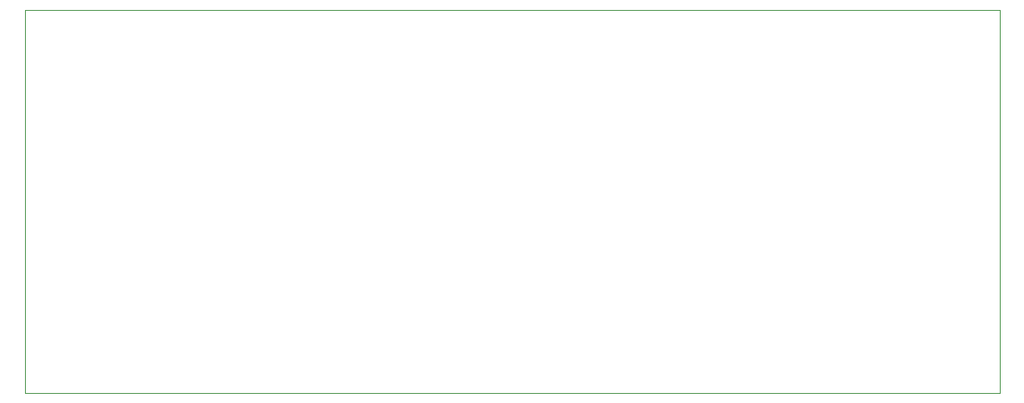
<source format=gm1>
G04 #@! TF.GenerationSoftware,KiCad,Pcbnew,9.0.7*
G04 #@! TF.CreationDate,2026-02-18T19:16:35+11:00*
G04 #@! TF.ProjectId,noahs-macropad,6e6f6168-732d-46d6-9163-726f7061642e,rev?*
G04 #@! TF.SameCoordinates,Original*
G04 #@! TF.FileFunction,Profile,NP*
%FSLAX46Y46*%
G04 Gerber Fmt 4.6, Leading zero omitted, Abs format (unit mm)*
G04 Created by KiCad (PCBNEW 9.0.7) date 2026-02-18 19:16:35*
%MOMM*%
%LPD*%
G01*
G04 APERTURE LIST*
G04 #@! TA.AperFunction,Profile*
%ADD10C,0.050000*%
G04 #@! TD*
G04 APERTURE END LIST*
D10*
X27500000Y-99500000D02*
X126500000Y-99500000D01*
X126500000Y-138500000D01*
X27500000Y-138500000D01*
X27500000Y-99500000D01*
M02*

</source>
